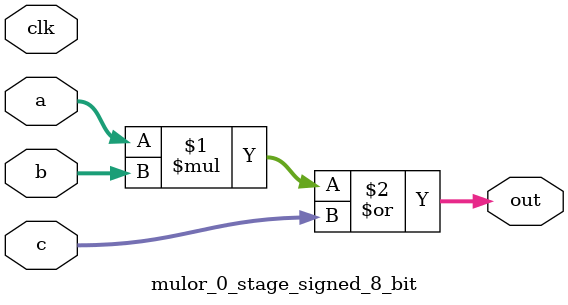
<source format=sv>
(* use_dsp = "yes" *) module mulor_0_stage_signed_8_bit(
	input signed [7:0] a,
	input signed [7:0] b,
	input signed [7:0] c,
	output [7:0] out,
	input clk);

	assign out = (a * b) | c;
endmodule

</source>
